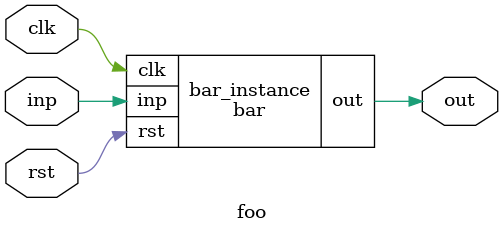
<source format=v>
module bar(clk, rst, inp, out);
  (* this_is_clock = 1 *)
  input  wire clk;
  (* this_is_reset = 1 *)
  input  wire rst;
  input  wire inp;
  (* an_output_register = 1*)
  output reg  out;

  always @(posedge clk)
    if (rst) out <= 1'd0;
    else     out <= ~inp;

endmodule

module foo(clk, rst, inp, out);
  (* this_is_the_master_clock *)
  input  wire clk;
  input  wire rst;
  input  wire inp;
  output wire out;

  bar bar_instance (clk, rst, inp, out);

  initial begin
    $display("PASSED");
  end

endmodule


</source>
